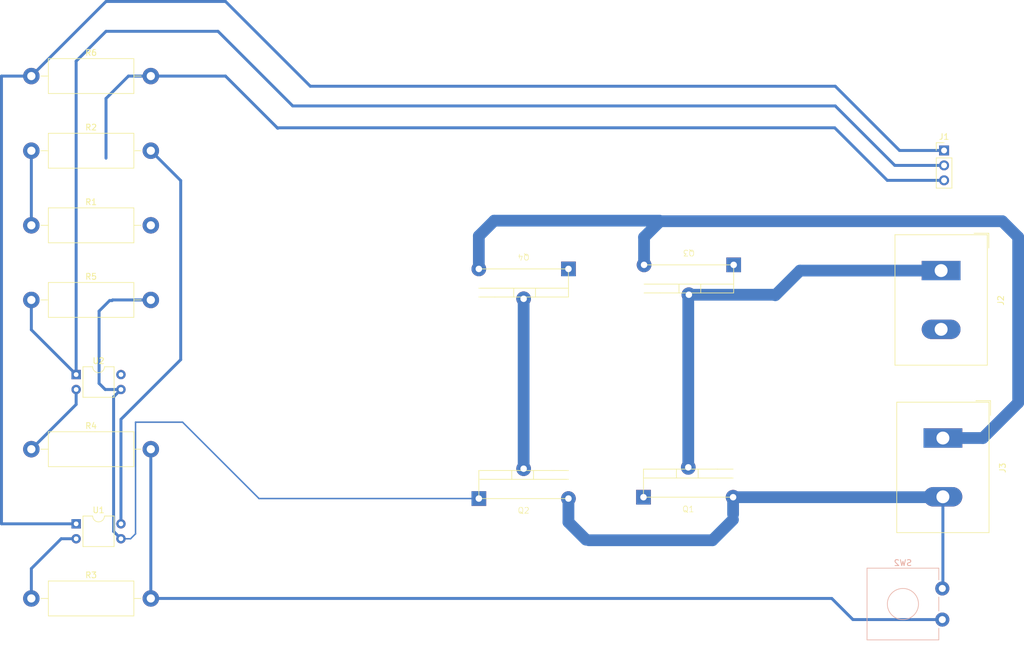
<source format=kicad_pcb>
(kicad_pcb (version 20240108) (generator "pcbnew") (generator_version "8.0")
  (title_block (title "Puente H Power Mosfet") (date "21/08/2024") (rev "1") (company "Danilo Melión"))
  (layers (0 "F.Cu" signal) (31 "B.Cu" signal) (34 "B.Paste" user) (35 "F.Paste" user) (36 "B.SilkS" user "B.Silkscreen") (37 "F.SilkS" user "F.Silkscreen") (38 "B.Mask" user) (39 "F.Mask" user) (44 "Edge.Cuts" user))
  (net 0 "")
  (net 1 "PWM1")
  (net 2 "PWM2")
  (net 3 "GND")
  (net 4 "Net-(J2-Pin_1)")
  (net 5 "Net-(J2-Pin_2)")
  (net 6 "Net-(Q1-G)")
  (net 7 "Net-(Q2-G)")
  (net 8 "Net-(R3-Pad1)")
  (net 9 "Net-(R4-Pad1)")
  (net 10 "+12V")
  (net 11 "+24V")
  (net 12 "Net-(SW2-B)")
  (footprint "Package_DIP:DIP-4_W7.62mm" (layer "F.Cu") (at 88.9 88.9)
    (property "Reference" "U2" (at 3.81 -2.33 0) (layer "F.SilkS"))
    (property "Value" "PC817")
    (fp_line (start 1.16 -1.33) (end 1.16 3.87) (stroke (width 0.12)) (layer "F.SilkS"))
    (fp_line (start 1.16 3.87) (end 6.46 3.87) (stroke (width 0.12)) (layer "F.SilkS"))
    (fp_line (start 2.81 -1.33) (end 1.16 -1.33) (stroke (width 0.12)) (layer "F.SilkS"))
    (fp_line (start 6.46 -1.33) (end 4.81 -1.33) (stroke (width 0.12)) (layer "F.SilkS"))
    (fp_line (start 6.46 3.87) (end 6.46 -1.33) (stroke (width 0.12)) (layer "F.SilkS"))
    (fp_arc (start 4.81 -1.33) (mid 3.81 -0.33) (end 2.81 -1.33) (stroke (width 0.12)) (layer "F.SilkS"))
    (pad "1" thru_hole rect (at 0 0) (size 1.6 1.6) (drill 0.8) (layers "*.Cu" "*.Mask") (net 2 "PWM2"))
    (pad "2" thru_hole oval (at 0 2.54) (size 1.6 1.6) (drill 0.8) (layers "*.Cu" "*.Mask") (net 9 "Net-(R4-Pad1)"))
    (pad "3" thru_hole oval (at 7.62 2.54) (size 1.6 1.6) (drill 0.8) (layers "*.Cu" "*.Mask") (net 3 "GND"))
    (pad "4" thru_hole oval (at 7.62 0) (size 1.6 1.6) (drill 0.8) (layers "*.Cu" "*.Mask") (net 7 "Net-(Q2-G)"))
  )
  (footprint "Resistor_THT:R_Axial_DIN0614_L14.3mm_D5.7mm_P20.32mm_Horizontal" (layer "F.Cu") (at 81.28 63.5)
    (property "Reference" "R1" (at 10.16 -3.97 0) (layer "F.SilkS"))
    (property "Value" "1k")
    (fp_line (start 1.64 0) (end 2.89 0) (stroke (width 0.12)) (layer "F.SilkS"))
    (fp_line (start 2.89 -2.97) (end 2.89 2.97) (stroke (width 0.12)) (layer "F.SilkS"))
    (fp_line (start 2.89 2.97) (end 17.43 2.97) (stroke (width 0.12)) (layer "F.SilkS"))
    (fp_line (start 17.43 -2.97) (end 2.89 -2.97) (stroke (width 0.12)) (layer "F.SilkS"))
    (fp_line (start 17.43 2.97) (end 17.43 -2.97) (stroke (width 0.12)) (layer "F.SilkS"))
    (fp_line (start 18.68 0) (end 17.43 0) (stroke (width 0.12)) (layer "F.SilkS"))
    (pad "1" thru_hole circle (at 0 0) (size 2.8 2.8) (drill 1.4) (layers "*.Cu" "*.Mask") (net 10 "+12V"))
    (pad "2" thru_hole oval (at 20.32 0) (size 2.8 2.8) (drill 1.4) (layers "*.Cu" "*.Mask") (net 7 "Net-(Q2-G)"))
  )
  (footprint "Package_DIP:DIP-4_W7.62mm" (layer "F.Cu") (at 88.9 114.3)
    (property "Reference" "U1" (at 3.81 -2.33 0) (layer "F.SilkS"))
    (property "Value" "PC817")
    (fp_line (start 1.16 -1.33) (end 1.16 3.87) (stroke (width 0.12)) (layer "F.SilkS"))
    (fp_line (start 1.16 3.87) (end 6.46 3.87) (stroke (width 0.12)) (layer "F.SilkS"))
    (fp_line (start 2.81 -1.33) (end 1.16 -1.33) (stroke (width 0.12)) (layer "F.SilkS"))
    (fp_line (start 6.46 -1.33) (end 4.81 -1.33) (stroke (width 0.12)) (layer "F.SilkS"))
    (fp_line (start 6.46 3.87) (end 6.46 -1.33) (stroke (width 0.12)) (layer "F.SilkS"))
    (fp_arc (start 4.81 -1.33) (mid 3.81 -0.33) (end 2.81 -1.33) (stroke (width 0.12)) (layer "F.SilkS"))
    (pad "1" thru_hole rect (at 0 0) (size 1.6 1.6) (drill 0.8) (layers "*.Cu" "*.Mask") (net 1 "PWM1"))
    (pad "2" thru_hole oval (at 0 2.54) (size 1.6 1.6) (drill 0.8) (layers "*.Cu" "*.Mask") (net 8 "Net-(R3-Pad1)"))
    (pad "3" thru_hole oval (at 7.62 2.54) (size 1.6 1.6) (drill 0.8) (layers "*.Cu" "*.Mask") (net 3 "GND"))
    (pad "4" thru_hole oval (at 7.62 0) (size 1.6 1.6) (drill 0.8) (layers "*.Cu" "*.Mask") (net 6 "Net-(Q1-G)"))
  )
  (footprint "custom_footprint:to-220 editado" (layer "F.Cu") (at 193 112.31)
    (property "Reference" "Q1" (at 0 -0.5 0) (layer "F.SilkS") (effects (font (thickness 0.1))))
    (property "Value" "IRLZ44N")
    (fp_line (start -7.62 -7.32) (end -7.62 -2.54) (stroke (width 0.12)) (layer "F.SilkS"))
    (fp_line (start -7.62 -7.32) (end 4.95 -7.32) (stroke (width 0.12)) (layer "F.SilkS"))
    (fp_line (start -7.62 -5.81) (end 7.62 -5.81) (stroke (width 0.12)) (layer "F.SilkS"))
    (fp_line (start -7.62 -2.54) (end 7.62 -2.54) (stroke (width 0.12)) (layer "F.SilkS"))
    (fp_line (start -2.02 -7.32) (end -2.02 -5.81) (stroke (width 0.12)) (layer "F.SilkS"))
    (fp_line (start 1.681 -7.32) (end 1.681 -5.81) (stroke (width 0.12)) (layer "F.SilkS"))
    (fp_line (start 7.62 -7.32) (end 4.95 -7.32) (stroke (width 0.12)) (layer "F.SilkS"))
    (pad "1" thru_hole rect (at -7.62 -2.54) (size 2.5 2.5) (drill 1.1) (layers "*.Cu" "*.Mask") (net 6 "Net-(Q1-G)"))
    (pad "2" thru_hole circle (at 0 -7.62) (size 2.5 2.5) (drill 1.1) (layers "*.Cu" "*.Mask") (net 4 "Net-(J2-Pin_1)"))
    (pad "3" thru_hole circle (at 7.62 -2.54) (size 2.5 2.5) (drill 1.1) (layers "*.Cu" "*.Mask") (net 3 "GND"))
  )
  (footprint "custom_footprint:to-220 editado" (layer "F.Cu") (at 165 68.38 180)
    (property "Reference" "Q4" (at 0 -0.5 180) (layer "F.SilkS") (effects (font (thickness 0.1))))
    (property "Value" "IRF4905")
    (fp_line (start 7.62 -7.32) (end 4.95 -7.32) (stroke (width 0.12)) (layer "F.SilkS"))
    (fp_line (start 1.681 -7.32) (end 1.681 -5.81) (stroke (width 0.12)) (layer "F.SilkS"))
    (fp_line (start -2.02 -7.32) (end -2.02 -5.81) (stroke (width 0.12)) (layer "F.SilkS"))
    (fp_line (start -7.62 -2.54) (end 7.62 -2.54) (stroke (width 0.12)) (layer "F.SilkS"))
    (fp_line (start -7.62 -5.81) (end 7.62 -5.81) (stroke (width 0.12)) (layer "F.SilkS"))
    (fp_line (start -7.62 -7.32) (end 4.95 -7.32) (stroke (width 0.12)) (layer "F.SilkS"))
    (fp_line (start -7.62 -7.32) (end -7.62 -2.54) (stroke (width 0.12)) (layer "F.SilkS"))
    (pad "1" thru_hole rect (at -7.62 -2.54 180) (size 2.5 2.5) (drill 1.1) (layers "*.Cu" "*.Mask") (net 7 "Net-(Q2-G)"))
    (pad "2" thru_hole oval (at 0 -7.62 180) (size 2.5 2.5) (drill 1.1) (layers "*.Cu" "*.Mask") (net 5 "Net-(J2-Pin_2)"))
    (pad "3" thru_hole oval (at 7.62 -2.54 180) (size 2.5 2.5) (drill 1.1) (layers "*.Cu" "*.Mask") (net 11 "+24V"))
  )
  (footprint "TerminalBlock_Dinkle:TerminalBlock_Dinkle_DT-55-B01X-02_P10.00mm" (layer "F.Cu") (at 236.3 99.7 -90)
    (property "Reference" "J3" (at 5.08 -10.16 90) (layer "F.SilkS"))
    (property "Value" "Alimentación")
    (fp_line (start -6.1 7.85) (end 16.1 7.85) (stroke (width 0.12)) (layer "F.SilkS"))
    (fp_line (start -6.1 7.85) (end -6.1 -7.85) (stroke (width 0.12)) (layer "F.SilkS"))
    (fp_line (start -6.35 -5.6) (end -6.35 -8.1) (stroke (width 0.12)) (layer "F.SilkS"))
    (fp_line (start -6.1 -7.85) (end 16.1 -7.85) (stroke (width 0.12)) (layer "F.SilkS"))
    (fp_line (start 16.1 -7.85) (end 16.1 7.85) (stroke (width 0.12)) (layer "F.SilkS"))
    (fp_line (start -6.35 -8.1) (end -3.85 -8.1) (stroke (width 0.12)) (layer "F.SilkS"))
    (pad "1" thru_hole rect (at 0 0 270) (size 3.3 6.6) (drill 2.2) (layers "*.Cu" "*.Mask") (net 11 "+24V"))
    (pad "2" thru_hole oval (at 10 0 270) (size 3.3 6.6) (drill 2.2) (layers "*.Cu" "*.Mask") (net 3 "GND"))
  )
  (footprint "Resistor_THT:R_Axial_DIN0614_L14.3mm_D5.7mm_P20.32mm_Horizontal" (layer "F.Cu") (at 81.28 50.8)
    (property "Reference" "R2" (at 10.16 -3.97 0) (layer "F.SilkS"))
    (property "Value" "1k")
    (fp_line (start 1.64 0) (end 2.89 0) (stroke (width 0.12)) (layer "F.SilkS"))
    (fp_line (start 2.89 -2.97) (end 2.89 2.97) (stroke (width 0.12)) (layer "F.SilkS"))
    (fp_line (start 2.89 2.97) (end 17.43 2.97) (stroke (width 0.12)) (layer "F.SilkS"))
    (fp_line (start 17.43 -2.97) (end 2.89 -2.97) (stroke (width 0.12)) (layer "F.SilkS"))
    (fp_line (start 17.43 2.97) (end 17.43 -2.97) (stroke (width 0.12)) (layer "F.SilkS"))
    (fp_line (start 18.68 0) (end 17.43 0) (stroke (width 0.12)) (layer "F.SilkS"))
    (pad "1" thru_hole circle (at 0 0) (size 2.8 2.8) (drill 1.4) (layers "*.Cu" "*.Mask") (net 10 "+12V"))
    (pad "2" thru_hole oval (at 20.32 0) (size 2.8 2.8) (drill 1.4) (layers "*.Cu" "*.Mask") (net 6 "Net-(Q1-G)"))
  )
  (footprint "Resistor_THT:R_Axial_DIN0614_L14.3mm_D5.7mm_P20.32mm_Horizontal" (layer "F.Cu") (at 81.28 76.2)
    (property "Reference" "R5" (at 10.16 -3.97 0) (layer "F.SilkS"))
    (property "Value" "4k7")
    (fp_line (start 1.64 0) (end 2.89 0) (stroke (width 0.12)) (layer "F.SilkS"))
    (fp_line (start 2.89 -2.97) (end 2.89 2.97) (stroke (width 0.12)) (layer "F.SilkS"))
    (fp_line (start 2.89 2.97) (end 17.43 2.97) (stroke (width 0.12)) (layer "F.SilkS"))
    (fp_line (start 17.43 -2.97) (end 2.89 -2.97) (stroke (width 0.12)) (layer "F.SilkS"))
    (fp_line (start 17.43 2.97) (end 17.43 -2.97) (stroke (width 0.12)) (layer "F.SilkS"))
    (fp_line (start 18.68 0) (end 17.43 0) (stroke (width 0.12)) (layer "F.SilkS"))
    (pad "1" thru_hole circle (at 0 0) (size 2.8 2.8) (drill 1.4) (layers "*.Cu" "*.Mask") (net 2 "PWM2"))
    (pad "2" thru_hole oval (at 20.32 0) (size 2.8 2.8) (drill 1.4) (layers "*.Cu" "*.Mask") (net 3 "GND"))
  )
  (footprint "Connector_PinHeader_2.54mm:PinHeader_1x03_P2.54mm_Vertical" (layer "F.Cu") (at 236.5 50.76)
    (property "Reference" "J1" (at 0 -2.33 0) (layer "F.SilkS"))
    (property "Value" "BORNERA X3")
    (fp_line (start -1.33 -1.33) (end 0 -1.33) (stroke (width 0.12)) (layer "F.SilkS"))
    (fp_line (start -1.33 0) (end -1.33 -1.33) (stroke (width 0.12)) (layer "F.SilkS"))
    (fp_line (start -1.33 1.27) (end -1.33 6.41) (stroke (width 0.12)) (layer "F.SilkS"))
    (fp_line (start -1.33 1.27) (end 1.33 1.27) (stroke (width 0.12)) (layer "F.SilkS"))
    (fp_line (start -1.33 6.41) (end 1.33 6.41) (stroke (width 0.12)) (layer "F.SilkS"))
    (fp_line (start 1.33 1.27) (end 1.33 6.41) (stroke (width 0.12)) (layer "F.SilkS"))
    (pad "1" thru_hole rect (at 0 0) (size 1.7 1.7) (drill 1) (layers "*.Cu" "*.Mask") (net 1 "PWM1"))
    (pad "2" thru_hole oval (at 0 2.54) (size 1.7 1.7) (drill 1) (layers "*.Cu" "*.Mask") (net 2 "PWM2"))
    (pad "3" thru_hole oval (at 0 5.08) (size 1.7 1.7) (drill 1) (layers "*.Cu" "*.Mask") (net 3 "GND"))
  )
  (footprint "custom_footprint:to-220 editado" (layer "F.Cu") (at 193.1 67.69 180)
    (property "Reference" "Q3" (at 0 -0.5 180) (layer "F.SilkS") (effects (font (thickness 0.1))))
    (property "Value" "IRF4905")
    (fp_line (start 7.62 -7.32) (end 4.95 -7.32) (stroke (width 0.12)) (layer "F.SilkS"))
    (fp_line (start 1.681 -7.32) (end 1.681 -5.81) (stroke (width 0.12)) (layer "F.SilkS"))
    (fp_line (start -2.02 -7.32) (end -2.02 -5.81) (stroke (width 0.12)) (layer "F.SilkS"))
    (fp_line (start -7.62 -2.54) (end 7.62 -2.54) (stroke (width 0.12)) (layer "F.SilkS"))
    (fp_line (start -7.62 -5.81) (end 7.62 -5.81) (stroke (width 0.12)) (layer "F.SilkS"))
    (fp_line (start -7.62 -7.32) (end 4.95 -7.32) (stroke (width 0.12)) (layer "F.SilkS"))
    (fp_line (start -7.62 -7.32) (end -7.62 -2.54) (stroke (width 0.12)) (layer "F.SilkS"))
    (pad "1" thru_hole rect (at -7.62 -2.54 180) (size 2.5 2.5) (drill 1.1) (layers "*.Cu" "*.Mask") (net 6 "Net-(Q1-G)"))
    (pad "2" thru_hole circle (at 0 -7.62 180) (size 2.5 2.5) (drill 1.1) (layers "*.Cu" "*.Mask") (net 4 "Net-(J2-Pin_1)"))
    (pad "3" thru_hole circle (at 7.62 -2.54 180) (size 2.5 2.5) (drill 1.1) (layers "*.Cu" "*.Mask") (net 11 "+24V"))
  )
  (footprint "Resistor_THT:R_Axial_DIN0614_L14.3mm_D5.7mm_P20.32mm_Horizontal" (layer "F.Cu") (at 81.28 101.6)
    (property "Reference" "R4" (at 10.16 -3.97 0) (layer "F.SilkS"))
    (property "Value" "100")
    (fp_line (start 1.64 0) (end 2.89 0) (stroke (width 0.12)) (layer "F.SilkS"))
    (fp_line (start 2.89 -2.97) (end 2.89 2.97) (stroke (width 0.12)) (layer "F.SilkS"))
    (fp_line (start 2.89 2.97) (end 17.43 2.97) (stroke (width 0.12)) (layer "F.SilkS"))
    (fp_line (start 17.43 -2.97) (end 2.89 -2.97) (stroke (width 0.12)) (layer "F.SilkS"))
    (fp_line (start 17.43 2.97) (end 17.43 -2.97) (stroke (width 0.12)) (layer "F.SilkS"))
    (fp_line (start 18.68 0) (end 17.43 0) (stroke (width 0.12)) (layer "F.SilkS"))
    (pad "1" thru_hole circle (at 0 0) (size 2.8 2.8) (drill 1.4) (layers "*.Cu" "*.Mask") (net 9 "Net-(R4-Pad1)"))
    (pad "2" thru_hole oval (at 20.32 0) (size 2.8 2.8) (drill 1.4) (layers "*.Cu" "*.Mask") (net 12 "Net-(SW2-B)"))
  )
  (footprint "TerminalBlock_Dinkle:TerminalBlock_Dinkle_DT-55-B01X-02_P10.00mm" (layer "F.Cu") (at 236 71.2 -90)
    (property "Reference" "J2" (at 5.08 -10.16 90) (layer "F.SilkS"))
    (property "Value" "MOTOR")
    (fp_line (start -6.1 7.85) (end 16.1 7.85) (stroke (width 0.12)) (layer "F.SilkS"))
    (fp_line (start -6.1 7.85) (end -6.1 -7.85) (stroke (width 0.12)) (layer "F.SilkS"))
    (fp_line (start -6.35 -5.6) (end -6.35 -8.1) (stroke (width 0.12)) (layer "F.SilkS"))
    (fp_line (start -6.1 -7.85) (end 16.1 -7.85) (stroke (width 0.12)) (layer "F.SilkS"))
    (fp_line (start 16.1 -7.85) (end 16.1 7.85) (stroke (width 0.12)) (layer "F.SilkS"))
    (fp_line (start -6.35 -8.1) (end -3.85 -8.1) (stroke (width 0.12)) (layer "F.SilkS"))
    (pad "1" thru_hole rect (at 0 0 270) (size 3.3 6.6) (drill 2.2) (layers "*.Cu" "*.Mask") (net 4 "Net-(J2-Pin_1)"))
    (pad "2" thru_hole oval (at 10 0 270) (size 3.3 6.6) (drill 2.2) (layers "*.Cu" "*.Mask") (net 5 "Net-(J2-Pin_2)"))
  )
  (footprint "custom_footprint:to-220 editado" (layer "F.Cu") (at 165 112.54)
    (property "Reference" "Q2" (at 0 -0.5 0) (layer "F.SilkS") (effects (font (thickness 0.1))))
    (property "Value" "IRLZ44N")
    (fp_line (start -7.62 -7.32) (end -7.62 -2.54) (stroke (width 0.12)) (layer "F.SilkS"))
    (fp_line (start -7.62 -7.32) (end 4.95 -7.32) (stroke (width 0.12)) (layer "F.SilkS"))
    (fp_line (start -7.62 -5.81) (end 7.62 -5.81) (stroke (width 0.12)) (layer "F.SilkS"))
    (fp_line (start -7.62 -2.54) (end 7.62 -2.54) (stroke (width 0.12)) (layer "F.SilkS"))
    (fp_line (start -2.02 -7.32) (end -2.02 -5.81) (stroke (width 0.12)) (layer "F.SilkS"))
    (fp_line (start 1.681 -7.32) (end 1.681 -5.81) (stroke (width 0.12)) (layer "F.SilkS"))
    (fp_line (start 7.62 -7.32) (end 4.95 -7.32) (stroke (width 0.12)) (layer "F.SilkS"))
    (pad "1" thru_hole rect (at -7.62 -2.54) (size 2.5 2.5) (drill 1.1) (layers "*.Cu" "*.Mask") (net 3 "GND"))
    (pad "2" thru_hole oval (at 0 -7.62) (size 2.5 2.5) (drill 1.1) (layers "*.Cu" "*.Mask") (net 5 "Net-(J2-Pin_2)"))
    (pad "3" thru_hole oval (at 7.62 -2.54) (size 2.5 2.5) (drill 1.1) (layers "*.Cu" "*.Mask") (net 3 "GND"))
  )
  (footprint "Resistor_THT:R_Axial_DIN0614_L14.3mm_D5.7mm_P20.32mm_Horizontal" (layer "F.Cu") (at 81.28 127)
    (property "Reference" "R3" (at 10.16 -3.97 0) (layer "F.SilkS"))
    (property "Value" "100")
    (fp_line (start 1.64 0) (end 2.89 0) (stroke (width 0.12)) (layer "F.SilkS"))
    (fp_line (start 2.89 -2.97) (end 2.89 2.97) (stroke (width 0.12)) (layer "F.SilkS"))
    (fp_line (start 2.89 2.97) (end 17.43 2.97) (stroke (width 0.12)) (layer "F.SilkS"))
    (fp_line (start 17.43 -2.97) (end 2.89 -2.97) (stroke (width 0.12)) (layer "F.SilkS"))
    (fp_line (start 17.43 2.97) (end 17.43 -2.97) (stroke (width 0.12)) (layer "F.SilkS"))
    (fp_line (start 18.68 0) (end 17.43 0) (stroke (width 0.12)) (layer "F.SilkS"))
    (pad "1" thru_hole circle (at 0 0) (size 2.8 2.8) (drill 1.4) (layers "*.Cu" "*.Mask") (net 8 "Net-(R3-Pad1)"))
    (pad "2" thru_hole oval (at 20.32 0) (size 2.8 2.8) (drill 1.4) (layers "*.Cu" "*.Mask") (net 12 "Net-(SW2-B)"))
  )
  (footprint "Resistor_THT:R_Axial_DIN0614_L14.3mm_D5.7mm_P20.32mm_Horizontal" (layer "F.Cu") (at 81.28 38.1)
    (property "Reference" "R6" (at 10.16 -3.97 0) (layer "F.SilkS"))
    (property "Value" "4k7")
    (fp_line (start 1.64 0) (end 2.89 0) (stroke (width 0.12)) (layer "F.SilkS"))
    (fp_line (start 2.89 -2.97) (end 2.89 2.97) (stroke (width 0.12)) (layer "F.SilkS"))
    (fp_line (start 2.89 2.97) (end 17.43 2.97) (stroke (width 0.12)) (layer "F.SilkS"))
    (fp_line (start 17.43 -2.97) (end 2.89 -2.97) (stroke (width 0.12)) (layer "F.SilkS"))
    (fp_line (start 17.43 2.97) (end 17.43 -2.97) (stroke (width 0.12)) (layer "F.SilkS"))
    (fp_line (start 18.68 0) (end 17.43 0) (stroke (width 0.12)) (layer "F.SilkS"))
    (pad "1" thru_hole circle (at 0 0) (size 2.8 2.8) (drill 1.4) (layers "*.Cu" "*.Mask") (net 1 "PWM1"))
    (pad "2" thru_hole oval (at 20.32 0) (size 2.8 2.8) (drill 1.4) (layers "*.Cu" "*.Mask") (net 3 "GND"))
  )
  (footprint "Button_Switch_THT:SW_CW_GPTS203211B" (layer "B.Cu") (at 236.2 125.3 180)
    (property "Reference" "SW2" (at 6.7 4.35 360) (layer "B.SilkS") (effects (justify mirror)))
    (property "Value" "SW_Push_Open")
    (fp_line (start 12.8 3.45) (end 0.6 3.45) (stroke (width 0.12)) (layer "B.SilkS"))
    (fp_line (start 12.8 -8.75) (end 12.8 3.45) (stroke (width 0.12)) (layer "B.SilkS"))
    (fp_line (start 0.6 3.45) (end 0.6 1.46) (stroke (width 0.12)) (layer "B.SilkS"))
    (fp_line (start 0.6 -3.84) (end 0.6 -1.46) (stroke (width 0.12)) (layer "B.SilkS"))
    (fp_line (start 0.6 -6.76) (end 0.6 -8.75) (stroke (width 0.12)) (layer "B.SilkS"))
    (fp_line (start 0.6 -8.75) (end 12.8 -8.75) (stroke (width 0.12)) (layer "B.SilkS"))
    (fp_circle (center 6.7 -2.65) (end 9.35 -2.65) (stroke (width 0.12)) (fill none) (layer "B.SilkS"))
    (pad "1" thru_hole circle (at 0 0 180) (size 2.4 2.4) (drill 1.2) (layers "*.Cu" "*.Mask") (net 3 "GND"))
    (pad "2" thru_hole circle (at 0 -5.3 180) (size 2.4 2.4) (drill 1.2) (layers "*.Cu" "*.Mask") (net 12 "Net-(SW2-B)"))
  )
  (segment (start 114.3 25.4) (end 93.98 25.4) (width 0.5) (layer "B.Cu") (net 1))
  (segment (start 218 39.825) (end 128.725 39.825) (width 0.5) (layer "B.Cu") (net 1))
  (segment (start 81.28 38.1) (end 76.2 38.1) (width 0.5) (layer "B.Cu") (net 1))
  (segment (start 236.5 50.76) (end 228.935 50.76) (width 0.5) (layer "B.Cu") (net 1))
  (segment (start 93.98 25.4) (end 81.28 38.1) (width 0.5) (layer "B.Cu") (net 1))
  (segment (start 128.725 39.825) (end 114.3 25.4) (width 0.5) (layer "B.Cu") (net 1))
  (segment (start 228.935 50.76) (end 218 39.825) (width 0.5) (layer "B.Cu") (net 1))
  (segment (start 76.2 114.3) (end 88.9 114.3) (width 0.5) (layer "B.Cu") (net 1))
  (segment (start 76.2 38.1) (end 76.2 114.3) (width 0.5) (layer "B.Cu") (net 1))
  (segment (start 125.73 43.18) (end 113.03 30.48) (width 0.5) (layer "B.Cu") (net 2))
  (segment (start 113.03 30.48) (end 93.98 30.48) (width 0.5) (layer "B.Cu") (net 2))
  (segment (start 93.98 30.48) (end 88.9 35.56) (width 0.5) (layer "B.Cu") (net 2))
  (segment (start 228.12 53.3) (end 218 43.18) (width 0.5) (layer "B.Cu") (net 2))
  (segment (start 81.28 76.2) (end 81.28 81.28) (width 0.5) (layer "B.Cu") (net 2))
  (segment (start 88.9 35.56) (end 88.9 88.9) (width 0.5) (layer "B.Cu") (net 2))
  (segment (start 218 43.18) (end 125.73 43.18) (width 0.5) (layer "B.Cu") (net 2))
  (segment (start 236.5 53.3) (end 228.12 53.3) (width 0.5) (layer "B.Cu") (net 2))
  (segment (start 81.28 81.28) (end 88.9 88.9) (width 0.5) (layer "B.Cu") (net 2))
  (segment (start 175.6 117) (end 176 117) (width 0.25) (layer "B.Cu") (net 3))
  (segment (start 92.8 78.1) (end 94.6 76.3) (width 0.5) (layer "B.Cu") (net 3))
  (segment (start 96.52 116.84) (end 95.27 115.59) (width 0.5) (layer "B.Cu") (net 3))
  (segment (start 236.23 109.77) (end 236.3 109.7) (width 0.25) (layer "B.Cu") (net 3))
  (segment (start 114.3 38.1) (end 101.6 38.1) (width 0.5) (layer "B.Cu") (net 3))
  (segment (start 217.9 46.9) (end 123.1 46.9) (width 0.5) (layer "B.Cu") (net 3))
  (segment (start 176 117) (end 176.1 117.1) (width 0.25) (layer "B.Cu") (net 3))
  (segment (start 123.19 46.99) (end 123.1 46.9) (width 0.5) (layer "B.Cu") (net 3))
  (segment (start 123.1 46.9) (end 114.3 38.1) (width 0.5) (layer "B.Cu") (net 3))
  (segment (start 95 76.3) (end 95.1 76.2) (width 0.5) (layer "B.Cu") (net 3))
  (segment (start 107 97) (end 99 97) (width 0.25) (layer "B.Cu") (net 3))
  (segment (start 96.52 91.44) (end 93.84 91.44) (width 0.5) (layer "B.Cu") (net 3))
  (segment (start 197.1 117.1) (end 200.6 113.6) (width 2) (layer "B.Cu") (net 3))
  (segment (start 226.84 55.84) (end 217.9 46.9) (width 0.5) (layer "B.Cu") (net 3))
  (segment (start 99 116) (end 98.16 116.84) (width 0.25) (layer "B.Cu") (net 3))
  (segment (start 200.6 113.6) (end 200.6 112.7) (width 0.25) (layer "B.Cu") (net 3))
  (segment (start 95.27 115.59) (end 95.27 92.69) (width 0.5) (layer "B.Cu") (net 3))
  (segment (start 120 110) (end 107 97) (width 0.25) (layer "B.Cu") (net 3))
  (segment (start 172.62 114.02) (end 175.6 117) (width 2) (layer "B.Cu") (net 3))
  (segment (start 93.98 41.91) (end 97.79 38.1) (width 0.5) (layer "B.Cu") (net 3))
  (segment (start 94.6 76.3) (end 95 76.3) (width 0.5) (layer "B.Cu") (net 3))
  (segment (start 236.3 109.7) (end 236.3 125.2) (width 0.5) (layer "B.Cu") (net 3))
  (segment (start 99 97) (end 99 116) (width 0.25) (layer "B.Cu") (net 3))
  (segment (start 200.62 112.68) (end 200.62 109.77) (width 2) (layer "B.Cu") (net 3))
  (segment (start 176.1 117.1) (end 197.1 117.1) (width 2) (layer "B.Cu") (net 3))
  (segment (start 200.62 109.77) (end 236.23 109.77) (width 2) (layer "B.Cu") (net 3))
  (segment (start 236.3 125.2) (end 236.2 125.3) (width 0.25) (layer "B.Cu") (net 3))
  (segment (start 93.98 52.07) (end 93.98 41.91) (width 0.5) (layer "B.Cu") (net 3))
  (segment (start 97.79 38.1) (end 101.6 38.1) (width 0.5) (layer "B.Cu") (net 3))
  (segment (start 95.1 76.2) (end 101.6 76.2) (width 0.5) (layer "B.Cu") (net 3))
  (segment (start 236.5 55.84) (end 226.84 55.84) (width 0.5) (layer "B.Cu") (net 3))
  (segment (start 172.62 110) (end 172.62 114.02) (width 2) (layer "B.Cu") (net 3))
  (segment (start 200.6 112.7) (end 200.62 112.68) (width 0.25) (layer "B.Cu") (net 3))
  (segment (start 157.38 110) (end 120 110) (width 0.25) (layer "B.Cu") (net 3))
  (segment (start 93.84 91.44) (end 92.8 90.4) (width 0.5) (layer "B.Cu") (net 3))
  (segment (start 92.8 90.4) (end 92.8 78.1) (width 0.5) (layer "B.Cu") (net 3))
  (segment (start 95.27 92.69) (end 96.52 91.44) (width 0.5) (layer "B.Cu") (net 3))
  (segment (start 98.16 116.84) (end 96.52 116.84) (width 0.25) (layer "B.Cu") (net 3))
  (segment (start 193.1 75.31) (end 207.71 75.31) (width 2) (layer "B.Cu") (net 4))
  (segment (start 193 104.69) (end 193 75.71) (width 2) (layer "B.Cu") (net 4))
  (segment (start 207.8 75.4) (end 212 71.2) (width 2) (layer "B.Cu") (net 4))
  (segment (start 193 75.71) (end 193.4 75.31) (width 0.25) (layer "B.Cu") (net 4))
  (segment (start 207.71 75.31) (end 207.8 75.4) (width 0.25) (layer "B.Cu") (net 4))
  (segment (start 212 71.2) (end 236 71.2) (width 2) (layer "B.Cu") (net 4))
  (segment (start 165 104.92) (end 165 76.46) (width 2) (layer "B.Cu") (net 5))
  (segment (start 165 76.46) (end 164.62 76.08) (width 0.25) (layer "B.Cu") (net 5))
  (segment (start 96.52 114.3) (end 96.52 96.52) (width 0.5) (layer "B.Cu") (net 6))
  (segment (start 96.52 96.52) (end 106.68 86.36) (width 0.5) (layer "B.Cu") (net 6))
  (segment (start 106.68 86.36) (end 106.68 55.88) (width 0.5) (layer "B.Cu") (net 6))
  (segment (start 106.68 55.88) (end 101.6 50.8) (width 0.5) (layer "B.Cu") (net 6))
  (segment (start 86.36 116.84) (end 81.28 121.92) (width 0.5) (layer "B.Cu") (net 8))
  (segment (start 81.28 121.92) (end 81.28 127) (width 0.5) (layer "B.Cu") (net 8))
  (segment (start 88.9 116.84) (end 86.36 116.84) (width 0.5) (layer "B.Cu") (net 8))
  (segment (start 88.9 91.44) (end 88.9 93.98) (width 0.5) (layer "B.Cu") (net 9))
  (segment (start 88.9 93.98) (end 81.28 101.6) (width 0.5) (layer "B.Cu") (net 9))
  (segment (start 81.28 50.8) (end 81.28 63.5) (width 0.5) (layer "B.Cu") (net 10))
  (segment (start 157.38 65.32) (end 160 62.7) (width 2) (layer "B.Cu") (net 11))
  (segment (start 185.48 65.52) (end 188.2 62.8) (width 2) (layer "B.Cu") (net 11))
  (segment (start 243.1 99.7) (end 236.3 99.7) (width 2) (layer "B.Cu") (net 11))
  (segment (start 249.1 65.5) (end 249.1 93.7) (width 2) (layer "B.Cu") (net 11))
  (segment (start 188.1 62.7) (end 188.2 62.8) (width 0.25) (layer "B.Cu") (net 11))
  (segment (start 157.38 70.92) (end 157.38 65.32) (width 2) (layer "B.Cu") (net 11))
  (segment (start 185.48 70.23) (end 185.48 65.52) (width 2) (layer "B.Cu") (net 11))
  (segment (start 160 62.7) (end 188.1 62.7) (width 2) (layer "B.Cu") (net 11))
  (segment (start 188.2 62.8) (end 246.4 62.8) (width 2) (layer "B.Cu") (net 11))
  (segment (start 246.4 62.8) (end 249.1 65.5) (width 2) (layer "B.Cu") (net 11))
  (segment (start 249.1 93.7) (end 243.1 99.7) (width 2) (layer "B.Cu") (net 11))
  (segment (start 101.6 101.6) (end 101.6 127) (width 0.5) (layer "B.Cu") (net 12))
  (segment (start 236.2 130.6) (end 221 130.6) (width 0.5) (layer "B.Cu") (net 12))
  (segment (start 221 130.6) (end 217.4 127) (width 0.5) (layer "B.Cu") (net 12))
  (segment (start 217.4 127) (end 101.6 127) (width 0.5) (layer "B.Cu") (net 12))
)
</source>
